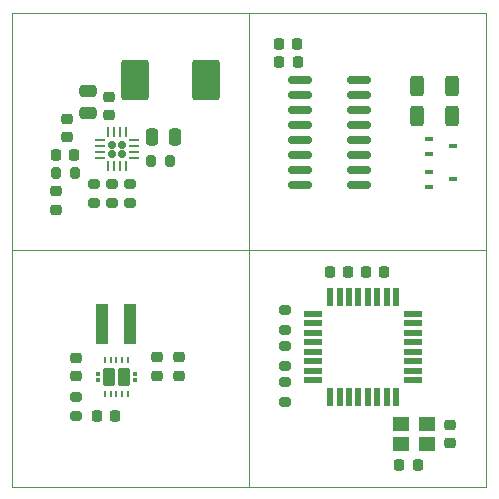
<source format=gbr>
G04 #@! TF.GenerationSoftware,KiCad,Pcbnew,(5.99.0-11522-g728b160719)*
G04 #@! TF.CreationDate,2021-08-06T10:17:42+10:00*
G04 #@! TF.ProjectId,Stencil,5374656e-6369-46c2-9e6b-696361645f70,0.2*
G04 #@! TF.SameCoordinates,Original*
G04 #@! TF.FileFunction,Paste,Top*
G04 #@! TF.FilePolarity,Positive*
%FSLAX46Y46*%
G04 Gerber Fmt 4.6, Leading zero omitted, Abs format (unit mm)*
G04 Created by KiCad (PCBNEW (5.99.0-11522-g728b160719)) date 2021-08-06 10:17:42*
%MOMM*%
%LPD*%
G01*
G04 APERTURE LIST*
G04 Aperture macros list*
%AMRoundRect*
0 Rectangle with rounded corners*
0 $1 Rounding radius*
0 $2 $3 $4 $5 $6 $7 $8 $9 X,Y pos of 4 corners*
0 Add a 4 corners polygon primitive as box body*
4,1,4,$2,$3,$4,$5,$6,$7,$8,$9,$2,$3,0*
0 Add four circle primitives for the rounded corners*
1,1,$1+$1,$2,$3*
1,1,$1+$1,$4,$5*
1,1,$1+$1,$6,$7*
1,1,$1+$1,$8,$9*
0 Add four rect primitives between the rounded corners*
20,1,$1+$1,$2,$3,$4,$5,0*
20,1,$1+$1,$4,$5,$6,$7,0*
20,1,$1+$1,$6,$7,$8,$9,0*
20,1,$1+$1,$8,$9,$2,$3,0*%
G04 Aperture macros list end*
G04 #@! TA.AperFunction,Profile*
%ADD10C,0.100000*%
G04 #@! TD*
%ADD11RoundRect,0.250000X0.250000X0.475000X-0.250000X0.475000X-0.250000X-0.475000X0.250000X-0.475000X0*%
%ADD12RoundRect,0.225000X0.250000X-0.225000X0.250000X0.225000X-0.250000X0.225000X-0.250000X-0.225000X0*%
%ADD13RoundRect,0.200000X0.275000X-0.200000X0.275000X0.200000X-0.275000X0.200000X-0.275000X-0.200000X0*%
%ADD14RoundRect,0.225000X-0.250000X0.225000X-0.250000X-0.225000X0.250000X-0.225000X0.250000X0.225000X0*%
%ADD15R,0.700000X0.450000*%
%ADD16RoundRect,0.150000X-0.825000X-0.150000X0.825000X-0.150000X0.825000X0.150000X-0.825000X0.150000X0*%
%ADD17RoundRect,0.225000X-0.225000X-0.250000X0.225000X-0.250000X0.225000X0.250000X-0.225000X0.250000X0*%
%ADD18RoundRect,0.250000X0.475000X-0.250000X0.475000X0.250000X-0.475000X0.250000X-0.475000X-0.250000X0*%
%ADD19RoundRect,0.250000X-0.312500X-0.625000X0.312500X-0.625000X0.312500X0.625000X-0.312500X0.625000X0*%
%ADD20RoundRect,0.218750X-0.256250X0.218750X-0.256250X-0.218750X0.256250X-0.218750X0.256250X0.218750X0*%
%ADD21RoundRect,0.200000X-0.275000X0.200000X-0.275000X-0.200000X0.275000X-0.200000X0.275000X0.200000X0*%
%ADD22RoundRect,0.106000X-0.424000X0.644000X-0.424000X-0.644000X0.424000X-0.644000X0.424000X0.644000X0*%
%ADD23RoundRect,0.025000X-0.145000X0.100000X-0.145000X-0.100000X0.145000X-0.100000X0.145000X0.100000X0*%
%ADD24R,0.240000X0.600000*%
%ADD25R,0.980000X3.400000*%
%ADD26R,0.550000X1.600000*%
%ADD27R,1.600000X0.550000*%
%ADD28RoundRect,0.200000X-0.200000X-0.275000X0.200000X-0.275000X0.200000X0.275000X-0.200000X0.275000X0*%
%ADD29RoundRect,0.160000X-0.160000X-0.160000X0.160000X-0.160000X0.160000X0.160000X-0.160000X0.160000X0*%
%ADD30RoundRect,0.062500X-0.375000X-0.062500X0.375000X-0.062500X0.375000X0.062500X-0.375000X0.062500X0*%
%ADD31RoundRect,0.062500X-0.062500X-0.375000X0.062500X-0.375000X0.062500X0.375000X-0.062500X0.375000X0*%
%ADD32R,1.400000X1.200000*%
%ADD33RoundRect,0.225000X0.225000X0.250000X-0.225000X0.250000X-0.225000X-0.250000X0.225000X-0.250000X0*%
%ADD34RoundRect,0.235000X-0.940000X-1.465000X0.940000X-1.465000X0.940000X1.465000X-0.940000X1.465000X0*%
G04 APERTURE END LIST*
D10*
X113259000Y-96114000D02*
X93193000Y-96114000D01*
X93193000Y-96114000D02*
X93193000Y-76048000D01*
X93193000Y-76048000D02*
X113259000Y-76048000D01*
X113259000Y-76048000D02*
X113259000Y-96114000D01*
X113259000Y-76048000D02*
X93193000Y-76048000D01*
X93193000Y-76048000D02*
X93193000Y-55982000D01*
X93193000Y-55982000D02*
X113259000Y-55982000D01*
X113259000Y-55982000D02*
X113259000Y-76048000D01*
X133325000Y-96114000D02*
X113259000Y-96114000D01*
X113259000Y-96114000D02*
X113259000Y-76048000D01*
X113259000Y-76048000D02*
X133325000Y-76048000D01*
X133325000Y-76048000D02*
X133325000Y-96114000D01*
X133325000Y-76048000D02*
X113259000Y-76048000D01*
X113259000Y-76048000D02*
X113259000Y-55982000D01*
X113259000Y-55982000D02*
X133325000Y-55982000D01*
X133325000Y-55982000D02*
X133325000Y-76048000D01*
D11*
G04 #@! TO.C,C5*
X106929000Y-66548000D03*
X105029000Y-66548000D03*
G04 #@! TD*
D12*
G04 #@! TO.C,C4*
X101346000Y-64643000D03*
X101346000Y-63093000D03*
G04 #@! TD*
D13*
G04 #@! TO.C,R2*
X98570500Y-90145000D03*
X98570500Y-88495000D03*
G04 #@! TD*
D12*
G04 #@! TO.C,C2*
X97790000Y-66548000D03*
X97790000Y-64998000D03*
G04 #@! TD*
D14*
G04 #@! TO.C,C4*
X130252000Y-90894000D03*
X130252000Y-92444000D03*
G04 #@! TD*
D15*
G04 #@! TO.C,Q1*
X128453500Y-69454000D03*
X128453500Y-70754000D03*
X130453500Y-70104000D03*
G04 #@! TD*
D16*
G04 #@! TO.C,U1*
X117577000Y-61722000D03*
X117577000Y-62992000D03*
X117577000Y-64262000D03*
X117577000Y-65532000D03*
X117577000Y-66802000D03*
X117577000Y-68072000D03*
X117577000Y-69342000D03*
X117577000Y-70612000D03*
X122527000Y-70612000D03*
X122527000Y-69342000D03*
X122527000Y-68072000D03*
X122527000Y-66802000D03*
X122527000Y-65532000D03*
X122527000Y-64262000D03*
X122527000Y-62992000D03*
X122527000Y-61722000D03*
G04 #@! TD*
D15*
G04 #@! TO.C,Q2*
X128453500Y-66660000D03*
X128453500Y-67960000D03*
X130453500Y-67310000D03*
G04 #@! TD*
D17*
G04 #@! TO.C,C1*
X120079000Y-77953000D03*
X121629000Y-77953000D03*
G04 #@! TD*
D18*
G04 #@! TO.C,C3*
X99568000Y-64516000D03*
X99568000Y-62616000D03*
G04 #@! TD*
D19*
G04 #@! TO.C,R2*
X127483000Y-64770000D03*
X130408000Y-64770000D03*
G04 #@! TD*
D13*
G04 #@! TO.C,R3*
X101600000Y-72135000D03*
X101600000Y-70485000D03*
G04 #@! TD*
G04 #@! TO.C,R3*
X116282000Y-85890000D03*
X116282000Y-84240000D03*
G04 #@! TD*
D20*
G04 #@! TO.C,D1*
X96838000Y-71094500D03*
X96838000Y-72669500D03*
G04 #@! TD*
D21*
G04 #@! TO.C,R2*
X116282000Y-81192000D03*
X116282000Y-82842000D03*
G04 #@! TD*
D22*
G04 #@! TO.C,U1*
X102629500Y-86843000D03*
D23*
X100469500Y-87093000D03*
X103529500Y-86593000D03*
D22*
X101369500Y-86843000D03*
D23*
X100469500Y-86593000D03*
X103529500Y-87093000D03*
D24*
X102999500Y-85443000D03*
X102499500Y-85443000D03*
X101999500Y-85443000D03*
X101499500Y-85443000D03*
X100999500Y-85443000D03*
X100999500Y-88243000D03*
X101499500Y-88243000D03*
X101999500Y-88243000D03*
X102499500Y-88243000D03*
X102999500Y-88243000D03*
G04 #@! TD*
D17*
G04 #@! TO.C,C2*
X100322500Y-90145000D03*
X101872500Y-90145000D03*
G04 #@! TD*
D25*
G04 #@! TO.C,L1*
X100814500Y-82350000D03*
X103184500Y-82350000D03*
G04 #@! TD*
D13*
G04 #@! TO.C,R1*
X116282000Y-88938000D03*
X116282000Y-87288000D03*
G04 #@! TD*
D26*
G04 #@! TO.C,U1*
X120086000Y-88553000D03*
X120886000Y-88553000D03*
X121686000Y-88553000D03*
X122486000Y-88553000D03*
X123286000Y-88553000D03*
X124086000Y-88553000D03*
X124886000Y-88553000D03*
X125686000Y-88553000D03*
D27*
X127136000Y-87103000D03*
X127136000Y-86303000D03*
X127136000Y-85503000D03*
X127136000Y-84703000D03*
X127136000Y-83903000D03*
X127136000Y-83103000D03*
X127136000Y-82303000D03*
X127136000Y-81503000D03*
D26*
X125686000Y-80053000D03*
X124886000Y-80053000D03*
X124086000Y-80053000D03*
X123286000Y-80053000D03*
X122486000Y-80053000D03*
X121686000Y-80053000D03*
X120886000Y-80053000D03*
X120086000Y-80053000D03*
D27*
X118636000Y-81503000D03*
X118636000Y-82303000D03*
X118636000Y-83103000D03*
X118636000Y-83903000D03*
X118636000Y-84703000D03*
X118636000Y-85503000D03*
X118636000Y-86303000D03*
X118636000Y-87103000D03*
G04 #@! TD*
D28*
G04 #@! TO.C,R1*
X96838000Y-69596000D03*
X98488000Y-69596000D03*
G04 #@! TD*
D21*
G04 #@! TO.C,R4*
X103124000Y-70486000D03*
X103124000Y-72136000D03*
G04 #@! TD*
D14*
G04 #@! TO.C,C1*
X98570500Y-85192000D03*
X98570500Y-86742000D03*
G04 #@! TD*
D29*
G04 #@! TO.C,U1*
X102430000Y-67157000D03*
X101630000Y-67157000D03*
X101630000Y-67957000D03*
X102430000Y-67957000D03*
D30*
X100592500Y-66807000D03*
X100592500Y-67307000D03*
X100592500Y-67807000D03*
X100592500Y-68307000D03*
D31*
X101280000Y-68994500D03*
X101780000Y-68994500D03*
X102280000Y-68994500D03*
X102780000Y-68994500D03*
D30*
X103467500Y-68307000D03*
X103467500Y-67807000D03*
X103467500Y-67307000D03*
X103467500Y-66807000D03*
D31*
X102780000Y-66119500D03*
X102280000Y-66119500D03*
X101780000Y-66119500D03*
X101280000Y-66119500D03*
G04 #@! TD*
D32*
G04 #@! TO.C,Y1*
X126104000Y-92519000D03*
X128304000Y-92519000D03*
X128304000Y-90819000D03*
X126104000Y-90819000D03*
G04 #@! TD*
D14*
G04 #@! TO.C,C3*
X105428500Y-85166000D03*
X105428500Y-86716000D03*
G04 #@! TD*
D17*
G04 #@! TO.C,C2*
X115786000Y-60198000D03*
X117336000Y-60198000D03*
G04 #@! TD*
G04 #@! TO.C,C1*
X96875000Y-68072000D03*
X98425000Y-68072000D03*
G04 #@! TD*
D33*
G04 #@! TO.C,C2*
X124677000Y-77953000D03*
X123127000Y-77953000D03*
G04 #@! TD*
D28*
G04 #@! TO.C,R5*
X104902000Y-68580000D03*
X106552000Y-68580000D03*
G04 #@! TD*
D34*
G04 #@! TO.C,L1*
X103551000Y-61722000D03*
X109601000Y-61722000D03*
G04 #@! TD*
D33*
G04 #@! TO.C,C3*
X127503000Y-94277000D03*
X125953000Y-94277000D03*
G04 #@! TD*
D19*
G04 #@! TO.C,R1*
X127483000Y-62230000D03*
X130408000Y-62230000D03*
G04 #@! TD*
D13*
G04 #@! TO.C,R2*
X100076000Y-72135000D03*
X100076000Y-70485000D03*
G04 #@! TD*
D17*
G04 #@! TO.C,C1*
X115773000Y-58674000D03*
X117323000Y-58674000D03*
G04 #@! TD*
D14*
G04 #@! TO.C,C4*
X107333500Y-85166000D03*
X107333500Y-86716000D03*
G04 #@! TD*
M02*

</source>
